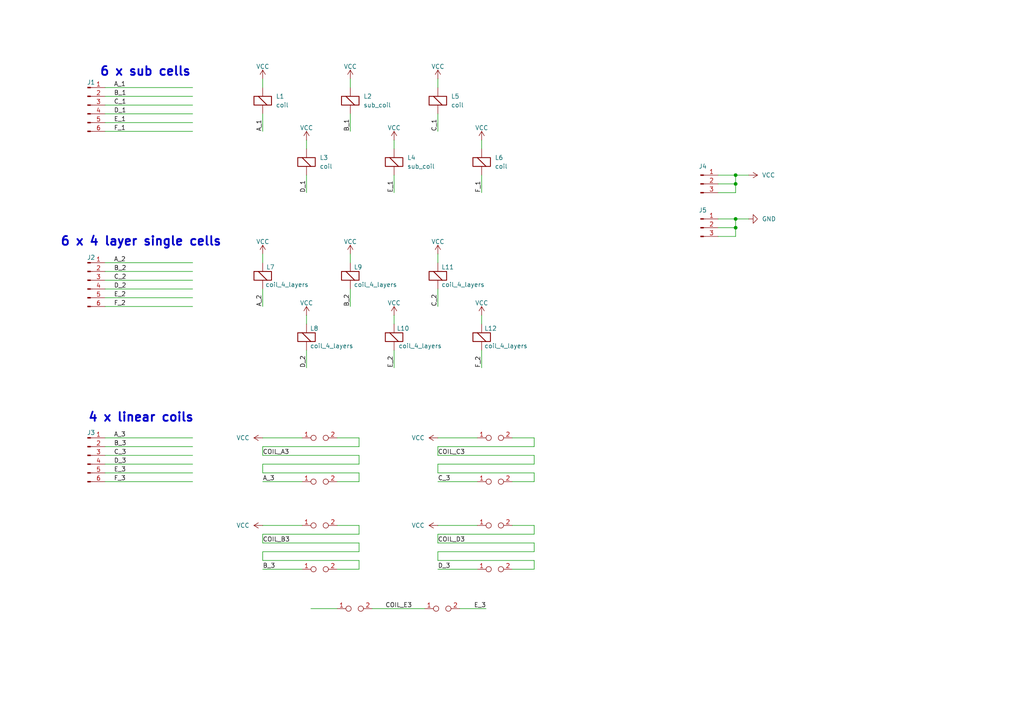
<source format=kicad_sch>
(kicad_sch (version 20231120) (generator "eeschema") (generator_version "8.0")
  (paper "A4")
  (lib_symbols
    (symbol "Connector:Conn_01x03_Pin" (pin_names (offset 1.016) hide)
      (property "Reference" "J" (at 0 5.08 0))
      (property "Value" "Conn_01x03_Pin" (at 0 -5.08 0))
      (symbol "Conn_01x03_Pin_1_1"
        (polyline (pts (xy 1.27 -2.54) (xy 0.8636 -2.54)) (stroke (width 0.1524)))
        (polyline (pts (xy 1.27 0) (xy 0.8636 0)) (stroke (width 0.1524)))
        (polyline (pts (xy 1.27 2.54) (xy 0.8636 2.54)) (stroke (width 0.1524)))
        (rectangle (start 0.8636 -2.413) (end 0 -2.667) (stroke (width 0.1524)) (fill (type outline)))
        (rectangle (start 0.8636 0.127) (end 0 -0.127) (stroke (width 0.1524)) (fill (type outline)))
        (rectangle (start 0.8636 2.667) (end 0 2.413) (stroke (width 0.1524)) (fill (type outline)))
        (pin passive line (at 5.08 2.54 180) (length 3.81) (name "Pin_1") (number "1"))
        (pin passive line (at 5.08 0 180) (length 3.81) (name "Pin_2") (number "2"))
        (pin passive line (at 5.08 -2.54 180) (length 3.81) (name "Pin_3") (number "3"))
      )
    )
    (symbol "Connector:Conn_01x06_Pin" (pin_names (offset 1.016) hide)
      (property "Reference" "J" (at 0 7.62 0))
      (property "Value" "Conn_01x06_Pin" (at 0 -10.16 0))
      (symbol "Conn_01x06_Pin_1_1"
        (polyline (pts (xy 1.27 -7.62) (xy 0.8636 -7.62)) (stroke (width 0.1524)))
        (polyline (pts (xy 1.27 -5.08) (xy 0.8636 -5.08)) (stroke (width 0.1524)))
        (polyline (pts (xy 1.27 -2.54) (xy 0.8636 -2.54)) (stroke (width 0.1524)))
        (polyline (pts (xy 1.27 0) (xy 0.8636 0)) (stroke (width 0.1524)))
        (polyline (pts (xy 1.27 2.54) (xy 0.8636 2.54)) (stroke (width 0.1524)))
        (polyline (pts (xy 1.27 5.08) (xy 0.8636 5.08)) (stroke (width 0.1524)))
        (rectangle (start 0.8636 -7.493) (end 0 -7.747) (stroke (width 0.1524)) (fill (type outline)))
        (rectangle (start 0.8636 -4.953) (end 0 -5.207) (stroke (width 0.1524)) (fill (type outline)))
        (rectangle (start 0.8636 -2.413) (end 0 -2.667) (stroke (width 0.1524)) (fill (type outline)))
        (rectangle (start 0.8636 0.127) (end 0 -0.127) (stroke (width 0.1524)) (fill (type outline)))
        (rectangle (start 0.8636 2.667) (end 0 2.413) (stroke (width 0.1524)) (fill (type outline)))
        (rectangle (start 0.8636 5.207) (end 0 4.953) (stroke (width 0.1524)) (fill (type outline)))
        (pin passive line (at 5.08 5.08 180) (length 3.81) (name "Pin_1") (number "1"))
        (pin passive line (at 5.08 2.54 180) (length 3.81) (name "Pin_2") (number "2"))
        (pin passive line (at 5.08 0 180) (length 3.81) (name "Pin_3") (number "3"))
        (pin passive line (at 5.08 -2.54 180) (length 3.81) (name "Pin_4") (number "4"))
        (pin passive line (at 5.08 -5.08 180) (length 3.81) (name "Pin_5") (number "5"))
        (pin passive line (at 5.08 -7.62 180) (length 3.81) (name "Pin_6") (number "6"))
      )
    )
    (symbol "Connector:TestPoint_2Pole" (pin_names (offset 0.762) hide)
      (property "Reference" "TP" (at 0 1.524 0))
      (property "Value" "TestPoint_2Pole" (at 0 -1.778 0))
      (symbol "TestPoint_2Pole_0_1"
        (circle (center -1.778 0) (radius 0.762))
        (circle (center 1.778 0) (radius 0.762))
        (pin passive line (at -5.08 0 0) (length 2.54) (name "1") (number "1"))
        (pin passive line (at 5.08 0 180) (length 2.54) (name "2") (number "2"))
      )
    )
    (symbol "Device:ElectromagneticActor" (pin_numbers hide) (pin_names (offset 0.0254) hide)
      (property "Reference" "L" (at 1.27 3.81 0))
      (property "Value" "ElectromagneticActor" (at 1.27 -1.27 0))
      (symbol "ElectromagneticActor_0_1"
        (rectangle (start -2.54 2.54) (end 2.54 0) (stroke (width 0.254)))
        (polyline (pts (xy -1.27 2.54) (xy 1.27 0)) (stroke (width 0.254)))
      )
      (symbol "ElectromagneticActor_1_1"
        (pin passive line (at 0 5.08 270) (length 2.54) (name "-") (number "1"))
        (pin passive line (at 0 -2.54 90) (length 2.54) (name "+") (number "2"))
      )
    )
    (symbol "power:GND" (power) (pin_numbers hide) (pin_names (offset 0) hide)
      (property "Value" "GND" (at 0 -3.81 0))
      (symbol "GND_0_1"
        (polyline (pts (xy 0 0) (xy 0 -1.27) (xy 1.27 -1.27) (xy 0 -2.54) (xy -1.27 -1.27) (xy 0 -1.27)))
      )
      (symbol "GND_1_1"
        (pin power_in line (at 0 0 270) (length 0) (name "~") (number "1"))
      )
    )
    (symbol "power:VCC" (power) (pin_numbers hide) (pin_names (offset 0) hide)
      (property "Value" "VCC" (at 0 3.556 0))
      (symbol "VCC_0_1"
        (polyline (pts (xy -0.762 1.27) (xy 0 2.54)))
        (polyline (pts (xy 0 0) (xy 0 2.54)))
        (polyline (pts (xy 0 2.54) (xy 0.762 1.27)))
      )
      (symbol "VCC_1_1"
        (pin power_in line (at 0 0 90) (length 0) (name "~") (number "1"))
      )
    )
  )
  (junction (at 213.36 53.34))
  (junction (at 213.36 63.5))
  (junction (at 213.36 66.04))
  (junction (at 213.36 50.8))
  (wire (pts (xy 104.14 157.48) (xy 76.2 157.48)))
  (wire (pts (xy 213.36 63.5) (xy 213.36 66.04)))
  (wire (pts (xy 127 162.56) (xy 127 160.02)))
  (wire (pts (xy 76.2 157.48) (xy 76.2 154.94)))
  (wire (pts (xy 101.6 22.86) (xy 101.6 25.4)))
  (wire (pts (xy 208.28 55.88) (xy 213.36 55.88)))
  (wire (pts (xy 30.48 88.9) (xy 55.88 88.9)))
  (wire (pts (xy 104.14 160.02) (xy 104.14 157.48)))
  (wire (pts (xy 76.2 137.16) (xy 76.2 134.62)))
  (wire (pts (xy 114.3 91.44) (xy 114.3 93.98)))
  (wire (pts (xy 30.48 35.56) (xy 55.88 35.56)))
  (wire (pts (xy 76.2 162.56) (xy 76.2 160.02)))
  (wire (pts (xy 30.48 83.82) (xy 55.88 83.82)))
  (wire (pts (xy 154.94 152.4) (xy 148.59 152.4)))
  (wire (pts (xy 104.14 139.7) (xy 104.14 137.16)))
  (wire (pts (xy 133.35 176.53) (xy 140.97 176.53)))
  (wire (pts (xy 88.9 50.8) (xy 88.9 55.88)))
  (wire (pts (xy 154.94 162.56) (xy 127 162.56)))
  (wire (pts (xy 127 33.02) (xy 127 38.1)))
  (wire (pts (xy 139.7 50.8) (xy 139.7 55.88)))
  (wire (pts (xy 114.3 40.64) (xy 114.3 43.18)))
  (wire (pts (xy 154.94 154.94) (xy 154.94 152.4)))
  (wire (pts (xy 30.48 38.1) (xy 55.88 38.1)))
  (wire (pts (xy 30.48 81.28) (xy 55.88 81.28)))
  (wire (pts (xy 148.59 139.7) (xy 154.94 139.7)))
  (wire (pts (xy 76.2 139.7) (xy 87.63 139.7)))
  (wire (pts (xy 30.48 86.36) (xy 55.88 86.36)))
  (wire (pts (xy 107.95 176.53) (xy 123.19 176.53)))
  (wire (pts (xy 30.48 132.08) (xy 55.88 132.08)))
  (wire (pts (xy 104.14 127) (xy 97.79 127)))
  (wire (pts (xy 127 129.54) (xy 154.94 129.54)))
  (wire (pts (xy 30.48 27.94) (xy 55.88 27.94)))
  (wire (pts (xy 114.3 101.6) (xy 114.3 106.68)))
  (wire (pts (xy 208.28 66.04) (xy 213.36 66.04)))
  (wire (pts (xy 154.94 127) (xy 148.59 127)))
  (wire (pts (xy 104.14 152.4) (xy 97.79 152.4)))
  (wire (pts (xy 104.14 129.54) (xy 104.14 127)))
  (wire (pts (xy 127 22.86) (xy 127 25.4)))
  (wire (pts (xy 87.63 152.4) (xy 76.2 152.4)))
  (wire (pts (xy 154.94 134.62) (xy 154.94 132.08)))
  (wire (pts (xy 30.48 25.4) (xy 55.88 25.4)))
  (wire (pts (xy 127 132.08) (xy 127 129.54)))
  (wire (pts (xy 138.43 127) (xy 127 127)))
  (wire (pts (xy 30.48 139.7) (xy 55.88 139.7)))
  (wire (pts (xy 154.94 132.08) (xy 127 132.08)))
  (wire (pts (xy 154.94 157.48) (xy 127 157.48)))
  (wire (pts (xy 139.7 101.6) (xy 139.7 106.68)))
  (wire (pts (xy 208.28 53.34) (xy 213.36 53.34)))
  (wire (pts (xy 76.2 22.86) (xy 76.2 25.4)))
  (wire (pts (xy 101.6 73.66) (xy 101.6 76.2)))
  (wire (pts (xy 127 137.16) (xy 127 134.62)))
  (wire (pts (xy 127 165.1) (xy 138.43 165.1)))
  (wire (pts (xy 208.28 68.58) (xy 213.36 68.58)))
  (wire (pts (xy 114.3 50.8) (xy 114.3 55.88)))
  (wire (pts (xy 138.43 152.4) (xy 127 152.4)))
  (wire (pts (xy 104.14 132.08) (xy 76.2 132.08)))
  (wire (pts (xy 213.36 66.04) (xy 213.36 68.58)))
  (wire (pts (xy 127 157.48) (xy 127 154.94)))
  (wire (pts (xy 76.2 129.54) (xy 104.14 129.54)))
  (wire (pts (xy 88.9 91.44) (xy 88.9 93.98)))
  (wire (pts (xy 101.6 33.02) (xy 101.6 38.1)))
  (wire (pts (xy 76.2 132.08) (xy 76.2 129.54)))
  (wire (pts (xy 213.36 53.34) (xy 213.36 50.8)))
  (wire (pts (xy 127 154.94) (xy 154.94 154.94)))
  (wire (pts (xy 213.36 63.5) (xy 217.17 63.5)))
  (wire (pts (xy 127 83.82) (xy 127 88.9)))
  (wire (pts (xy 104.14 165.1) (xy 104.14 162.56)))
  (wire (pts (xy 104.14 162.56) (xy 76.2 162.56)))
  (wire (pts (xy 30.48 30.48) (xy 55.88 30.48)))
  (wire (pts (xy 104.14 137.16) (xy 76.2 137.16)))
  (wire (pts (xy 76.2 154.94) (xy 104.14 154.94)))
  (wire (pts (xy 208.28 63.5) (xy 213.36 63.5)))
  (wire (pts (xy 217.17 50.8) (xy 213.36 50.8)))
  (wire (pts (xy 154.94 160.02) (xy 154.94 157.48)))
  (wire (pts (xy 30.48 33.02) (xy 55.88 33.02)))
  (wire (pts (xy 104.14 154.94) (xy 104.14 152.4)))
  (wire (pts (xy 139.7 40.64) (xy 139.7 43.18)))
  (wire (pts (xy 87.63 127) (xy 76.2 127)))
  (wire (pts (xy 101.6 83.82) (xy 101.6 88.9)))
  (wire (pts (xy 76.2 160.02) (xy 104.14 160.02)))
  (wire (pts (xy 76.2 33.02) (xy 76.2 38.1)))
  (wire (pts (xy 139.7 91.44) (xy 139.7 93.98)))
  (wire (pts (xy 76.2 83.82) (xy 76.2 88.9)))
  (wire (pts (xy 127 134.62) (xy 154.94 134.62)))
  (wire (pts (xy 97.79 165.1) (xy 104.14 165.1)))
  (wire (pts (xy 76.2 73.66) (xy 76.2 76.2)))
  (wire (pts (xy 30.48 129.54) (xy 55.88 129.54)))
  (wire (pts (xy 76.2 134.62) (xy 104.14 134.62)))
  (wire (pts (xy 30.48 76.2) (xy 55.88 76.2)))
  (wire (pts (xy 154.94 129.54) (xy 154.94 127)))
  (wire (pts (xy 213.36 55.88) (xy 213.36 53.34)))
  (wire (pts (xy 213.36 50.8) (xy 208.28 50.8)))
  (wire (pts (xy 76.2 165.1) (xy 87.63 165.1)))
  (wire (pts (xy 127 139.7) (xy 138.43 139.7)))
  (wire (pts (xy 30.48 127) (xy 55.88 127)))
  (wire (pts (xy 30.48 78.74) (xy 55.88 78.74)))
  (wire (pts (xy 154.94 137.16) (xy 127 137.16)))
  (wire (pts (xy 154.94 165.1) (xy 154.94 162.56)))
  (wire (pts (xy 104.14 134.62) (xy 104.14 132.08)))
  (wire (pts (xy 88.9 101.6) (xy 88.9 106.68)))
  (wire (pts (xy 30.48 134.62) (xy 55.88 134.62)))
  (wire (pts (xy 148.59 165.1) (xy 154.94 165.1)))
  (wire (pts (xy 97.79 139.7) (xy 104.14 139.7)))
  (wire (pts (xy 30.48 137.16) (xy 55.88 137.16)))
  (wire (pts (xy 90.17 176.53) (xy 97.79 176.53)))
  (wire (pts (xy 127 160.02) (xy 154.94 160.02)))
  (wire (pts (xy 127 73.66) (xy 127 76.2)))
  (wire (pts (xy 154.94 139.7) (xy 154.94 137.16)))
  (wire (pts (xy 88.9 40.64) (xy 88.9 43.18)))
  (text "6 x 4 layer single cells" (at 40.894 70.104 0) (effects (font (size 2.54 2.54) (thickness 0.508) (bold yes))))
  (text "4 x linear coils" (at 40.894 121.158 0) (effects (font (size 2.54 2.54) (thickness 0.508) (bold yes))))
  (text "6 x sub cells" (at 42.164 20.828 0) (effects (font (size 2.54 2.54) (thickness 0.508) (bold yes))))
  (label "D_3" (at 33.02 134.62 0))
  (label "C_1" (at 127 38.1 90))
  (label "B_3" (at 76.2 165.1 0))
  (label "A_1" (at 33.02 25.4 0))
  (label "F_3" (at 33.02 139.7 0))
  (label "C_1" (at 33.02 30.48 0))
  (label "COIL_D3" (at 127 157.48 0))
  (label "D_2" (at 88.9 106.68 90))
  (label "E_3" (at 33.02 137.16 0))
  (label "C_3" (at 33.02 132.08 0))
  (label "E_2" (at 114.3 106.68 90))
  (label "B_2" (at 101.6 88.9 90))
  (label "F_2" (at 139.7 106.68 90))
  (label "E_1" (at 33.02 35.56 0))
  (label "C_2" (at 33.02 81.28 0))
  (label "A_2" (at 33.02 76.2 0))
  (label "D_1" (at 88.9 55.88 90))
  (label "B_1" (at 101.6 38.1 90))
  (label "B_2" (at 33.02 78.74 0))
  (label "A_2" (at 76.2 88.9 90))
  (label "D_2" (at 33.02 83.82 0))
  (label "A_3" (at 76.2 139.7 0))
  (label "B_1" (at 33.02 27.94 0))
  (label "F_1" (at 139.7 55.88 90))
  (label "B_3" (at 33.02 129.54 0))
  (label "E_1" (at 114.3 55.88 90))
  (label "C_3" (at 127 139.7 0))
  (label "COIL_A3" (at 76.2 132.08 0))
  (label "E_3" (at 140.97 176.53 180))
  (label "COIL_B3" (at 76.2 157.48 0))
  (label "A_1" (at 76.2 38.1 90))
  (label "E_2" (at 33.02 86.36 0))
  (label "COIL_E3" (at 111.76 176.53 0))
  (label "F_1" (at 33.02 38.1 0))
  (label "D_1" (at 33.02 33.02 0))
  (label "C_2" (at 127 88.9 90))
  (label "F_2" (at 33.02 88.9 0))
  (label "COIL_C3" (at 127 132.08 0))
  (label "D_3" (at 127 165.1 0))
  (label "A_3" (at 33.02 127 0))
  (symbol (lib_id "Device:ElectromagneticActor") (at 127 81.28 0) (unit 1)
    (property "Reference" "L11" (at 128.016 77.47 0) (effects (justify left)))
    (property "Value" "coil_4_layers" (at 128.016 82.55 0) (effects (justify left)))
    (property "Description" "Electromagnetic actor" (effects (hide yes)))
  )
  (symbol (lib_id "Connector:TestPoint_2Pole") (at 143.51 165.1 0) (unit 1)
    (property "Reference" "TP8" (effects (hide yes)))
    (property "Value" "TestPoint_2Pole" (effects (hide yes)))
    (property "Footprint" "pads:pad_dual" (effects (hide yes)))
    (property "Description" "2-polar test point" (effects (hide yes)))
  )
  (symbol (lib_id "Device:ElectromagneticActor") (at 88.9 99.06 0) (unit 1)
    (property "Reference" "L8" (at 89.916 95.25 0) (effects (justify left)))
    (property "Value" "coil_4_layers" (at 89.916 100.33 0) (effects (justify left)))
    (property "Description" "Electromagnetic actor" (effects (hide yes)))
  )
  (symbol (lib_id "power:VCC") (at 88.9 91.44 0) (unit 1)
    (property "Reference" "#PWR010" (effects (hide yes)))
    (property "Value" "VCC" (at 88.9 87.884 0))
    (property "Description" "Power symbol creates a global label with name \"VCC\"" (effects (hide yes)))
  )
  (symbol (lib_id "Device:ElectromagneticActor") (at 114.3 99.06 0) (unit 1)
    (property "Reference" "L10" (at 115.062 95.25 0) (effects (justify left)))
    (property "Value" "coil_4_layers" (at 115.57 100.33 0) (effects (justify left)))
    (property "Description" "Electromagnetic actor" (effects (hide yes)))
  )
  (symbol (lib_id "Connector:TestPoint_2Pole") (at 143.51 127 0) (unit 1)
    (property "Reference" "TP5" (effects (hide yes)))
    (property "Value" "TestPoint_2Pole" (effects (hide yes)))
    (property "Footprint" "pads:pad_dual" (effects (hide yes)))
    (property "Description" "2-polar test point" (effects (hide yes)))
  )
  (symbol (lib_id "Connector:Conn_01x03_Pin") (at 203.2 53.34 0) (unit 1)
    (property "Reference" "J4" (at 203.835 48.26 0))
    (property "Value" "Conn_01x03_Pin" (effects (hide yes)))
    (property "Footprint" "Connector_PinHeader_1.00mm:PinHeader_1x03_P1.00mm_Vertical" (effects (hide yes)))
    (property "Description" "Generic connector, single row, 01x03, script generated" (effects (hide yes)))
  )
  (symbol (lib_id "Connector:Conn_01x06_Pin") (at 25.4 81.28 0) (unit 1)
    (property "Reference" "J2" (at 26.416 74.676 0))
    (property "Value" "Conn_01x06_Pin" (effects (hide yes)))
    (property "Footprint" "Connector_PinHeader_2.54mm:PinHeader_1x06_P2.54mm_Vertical" (effects (hide yes)))
    (property "Description" "Generic connector, single row, 01x06, script generated" (effects (hide yes)))
  )
  (symbol (lib_id "Connector:TestPoint_2Pole") (at 143.51 139.7 0) (unit 1)
    (property "Reference" "TP6" (effects (hide yes)))
    (property "Value" "TestPoint_2Pole" (effects (hide yes)))
    (property "Footprint" "pads:pad_dual" (effects (hide yes)))
    (property "Description" "2-polar test point" (effects (hide yes)))
  )
  (symbol (lib_id "power:VCC") (at 217.17 50.8 270) (unit 1)
    (property "Reference" "#PWR01" (effects (hide yes)))
    (property "Value" "VCC" (at 220.98 50.7999 90) (effects (justify left)))
    (property "Description" "Power symbol creates a global label with name \"VCC\"" (effects (hide yes)))
  )
  (symbol (lib_id "power:VCC") (at 127 73.66 0) (unit 1)
    (property "Reference" "#PWR09" (effects (hide yes)))
    (property "Value" "VCC" (at 127 70.104 0))
    (property "Description" "Power symbol creates a global label with name \"VCC\"" (effects (hide yes)))
  )
  (symbol (lib_id "power:VCC") (at 139.7 91.44 0) (unit 1)
    (property "Reference" "#PWR012" (effects (hide yes)))
    (property "Value" "VCC" (at 139.7 87.884 0))
    (property "Description" "Power symbol creates a global label with name \"VCC\"" (effects (hide yes)))
  )
  (symbol (lib_id "Connector:Conn_01x06_Pin") (at 25.4 30.48 0) (unit 1)
    (property "Reference" "J1" (at 26.416 23.876 0))
    (property "Value" "Conn_01x06_Pin" (effects (hide yes)))
    (property "Footprint" "Connector_PinHeader_2.54mm:PinHeader_1x06_P2.54mm_Vertical" (effects (hide yes)))
    (property "Description" "Generic connector, single row, 01x06, script generated" (effects (hide yes)))
  )
  (symbol (lib_id "power:VCC") (at 76.2 73.66 0) (unit 1)
    (property "Reference" "#PWR07" (effects (hide yes)))
    (property "Value" "VCC" (at 76.2 70.104 0))
    (property "Description" "Power symbol creates a global label with name \"VCC\"" (effects (hide yes)))
  )
  (symbol (lib_id "power:VCC") (at 127 152.4 90) (unit 1)
    (property "Reference" "#PWR05" (effects (hide yes)))
    (property "Value" "VCC" (at 123.19 152.3999 90) (effects (justify left)))
    (property "Description" "Power symbol creates a global label with name \"VCC\"" (effects (hide yes)))
  )
  (symbol (lib_id "power:VCC") (at 114.3 91.44 0) (unit 1)
    (property "Reference" "#PWR011" (effects (hide yes)))
    (property "Value" "VCC" (at 114.3 87.884 0))
    (property "Description" "Power symbol creates a global label with name \"VCC\"" (effects (hide yes)))
  )
  (symbol (lib_id "Connector:Conn_01x06_Pin") (at 25.4 132.08 0) (unit 1)
    (property "Reference" "J3" (at 26.416 125.476 0))
    (property "Value" "Conn_01x06_Pin" (effects (hide yes)))
    (property "Footprint" "Connector_PinHeader_2.54mm:PinHeader_1x06_P2.54mm_Vertical" (effects (hide yes)))
    (property "Description" "Generic connector, single row, 01x06, script generated" (effects (hide yes)))
  )
  (symbol (lib_id "power:VCC") (at 88.9 40.64 0) (unit 1)
    (property "Reference" "#PWR017" (effects (hide yes)))
    (property "Value" "VCC" (at 88.9 37.084 0))
    (property "Description" "Power symbol creates a global label with name \"VCC\"" (effects (hide yes)))
  )
  (symbol (lib_id "power:VCC") (at 101.6 73.66 0) (unit 1)
    (property "Reference" "#PWR08" (effects (hide yes)))
    (property "Value" "VCC" (at 101.6 70.104 0))
    (property "Description" "Power symbol creates a global label with name \"VCC\"" (effects (hide yes)))
  )
  (symbol (lib_id "Connector:TestPoint_2Pole") (at 128.27 176.53 0) (unit 1)
    (property "Reference" "TP10" (effects (hide yes)))
    (property "Value" "TestPoint_2Pole" (effects (hide yes)))
    (property "Footprint" "pads:pad_dual" (effects (hide yes)))
    (property "Description" "2-polar test point" (effects (hide yes)))
  )
  (symbol (lib_id "Connector:TestPoint_2Pole") (at 92.71 139.7 0) (unit 1)
    (property "Reference" "TP2" (effects (hide yes)))
    (property "Value" "TestPoint_2Pole" (effects (hide yes)))
    (property "Footprint" "pads:pad_dual" (effects (hide yes)))
    (property "Description" "2-polar test point" (effects (hide yes)))
  )
  (symbol (lib_id "Device:ElectromagneticActor") (at 88.9 48.26 0) (unit 1)
    (property "Reference" "L3" (at 92.71 45.7199 0) (effects (justify left)))
    (property "Value" "coil" (at 92.71 48.2599 0) (effects (justify left)))
    (property "Description" "Electromagnetic actor" (effects (hide yes)))
  )
  (symbol (lib_id "Connector:TestPoint_2Pole") (at 92.71 152.4 0) (unit 1)
    (property "Reference" "TP3" (effects (hide yes)))
    (property "Value" "TestPoint_2Pole" (effects (hide yes)))
    (property "Footprint" "pads:pad_dual" (effects (hide yes)))
    (property "Description" "2-polar test point" (effects (hide yes)))
  )
  (symbol (lib_id "Device:ElectromagneticActor") (at 127 30.48 0) (unit 1)
    (property "Reference" "L5" (at 130.81 27.9399 0) (effects (justify left)))
    (property "Value" "coil" (at 130.81 30.4799 0) (effects (justify left)))
    (property "Description" "Electromagnetic actor" (effects (hide yes)))
  )
  (symbol (lib_id "power:VCC") (at 127 127 90) (unit 1)
    (property "Reference" "#PWR04" (effects (hide yes)))
    (property "Value" "VCC" (at 123.19 126.9999 90) (effects (justify left)))
    (property "Description" "Power symbol creates a global label with name \"VCC\"" (effects (hide yes)))
  )
  (symbol (lib_id "power:GND") (at 217.17 63.5 90) (unit 1)
    (property "Reference" "#PWR02" (effects (hide yes)))
    (property "Value" "GND" (at 220.98 63.4999 90) (effects (justify right)))
    (property "Description" "Power symbol creates a global label with name \"GND\" , ground" (effects (hide yes)))
  )
  (symbol (lib_id "power:VCC") (at 76.2 152.4 90) (unit 1)
    (property "Reference" "#PWR06" (effects (hide yes)))
    (property "Value" "VCC" (at 72.39 152.3999 90) (effects (justify left)))
    (property "Description" "Power symbol creates a global label with name \"VCC\"" (effects (hide yes)))
  )
  (symbol (lib_id "power:VCC") (at 76.2 22.86 0) (unit 1)
    (property "Reference" "#PWR013" (effects (hide yes)))
    (property "Value" "VCC" (at 76.2 19.304 0))
    (property "Description" "Power symbol creates a global label with name \"VCC\"" (effects (hide yes)))
  )
  (symbol (lib_id "Device:ElectromagneticActor") (at 114.3 48.26 0) (unit 1)
    (property "Reference" "L4" (at 118.11 45.7199 0) (effects (justify left)))
    (property "Value" "sub_coil" (at 118.11 48.2599 0) (effects (justify left)))
    (property "Description" "Electromagnetic actor" (effects (hide yes)))
  )
  (symbol (lib_id "Device:ElectromagneticActor") (at 139.7 99.06 0) (unit 1)
    (property "Reference" "L12" (at 140.462 95.25 0) (effects (justify left)))
    (property "Value" "coil_4_layers" (at 140.462 100.33 0) (effects (justify left)))
    (property "Description" "Electromagnetic actor" (effects (hide yes)))
  )
  (symbol (lib_id "Device:ElectromagneticActor") (at 101.6 81.28 0) (unit 1)
    (property "Reference" "L9" (at 102.616 77.47 0) (effects (justify left)))
    (property "Value" "coil_4_layers" (at 102.616 82.55 0) (effects (justify left)))
    (property "Description" "Electromagnetic actor" (effects (hide yes)))
  )
  (symbol (lib_id "Connector:TestPoint_2Pole") (at 92.71 165.1 0) (unit 1)
    (property "Reference" "TP4" (effects (hide yes)))
    (property "Value" "TestPoint_2Pole" (effects (hide yes)))
    (property "Footprint" "pads:pad_dual" (effects (hide yes)))
    (property "Description" "2-polar test point" (effects (hide yes)))
  )
  (symbol (lib_id "power:VCC") (at 101.6 22.86 0) (unit 1)
    (property "Reference" "#PWR014" (effects (hide yes)))
    (property "Value" "VCC" (at 101.6 19.304 0))
    (property "Description" "Power symbol creates a global label with name \"VCC\"" (effects (hide yes)))
  )
  (symbol (lib_id "Connector:TestPoint_2Pole") (at 102.87 176.53 0) (unit 1)
    (property "Reference" "TP9" (effects (hide yes)))
    (property "Value" "TestPoint_2Pole" (effects (hide yes)))
    (property "Footprint" "pads:pad_dual" (effects (hide yes)))
    (property "Description" "2-polar test point" (effects (hide yes)))
  )
  (symbol (lib_id "Device:ElectromagneticActor") (at 101.6 30.48 0) (unit 1)
    (property "Reference" "L2" (at 105.41 27.9399 0) (effects (justify left)))
    (property "Value" "sub_coil" (at 105.41 30.4799 0) (effects (justify left)))
    (property "Description" "Electromagnetic actor" (effects (hide yes)))
  )
  (symbol (lib_id "power:VCC") (at 114.3 40.64 0) (unit 1)
    (property "Reference" "#PWR016" (effects (hide yes)))
    (property "Value" "VCC" (at 114.3 37.084 0))
    (property "Description" "Power symbol creates a global label with name \"VCC\"" (effects (hide yes)))
  )
  (symbol (lib_id "Device:ElectromagneticActor") (at 76.2 81.28 0) (unit 1)
    (property "Reference" "L7" (at 77.216 77.47 0) (effects (justify left)))
    (property "Value" "coil_4_layers" (at 76.962 82.55 0) (effects (justify left)))
    (property "Description" "Electromagnetic actor" (effects (hide yes)))
  )
  (symbol (lib_id "power:VCC") (at 76.2 127 90) (unit 1)
    (property "Reference" "#PWR03" (effects (hide yes)))
    (property "Value" "VCC" (at 72.39 126.9999 90) (effects (justify left)))
    (property "Description" "Power symbol creates a global label with name \"VCC\"" (effects (hide yes)))
  )
  (symbol (lib_id "Device:ElectromagneticActor") (at 76.2 30.48 0) (unit 1)
    (property "Reference" "L1" (at 80.01 27.9399 0) (effects (justify left)))
    (property "Value" "coil" (at 80.01 30.4799 0) (effects (justify left)))
    (property "Description" "Electromagnetic actor" (effects (hide yes)))
  )
  (symbol (lib_id "Connector:Conn_01x03_Pin") (at 203.2 66.04 0) (unit 1)
    (property "Reference" "J5" (at 203.835 60.96 0))
    (property "Value" "Conn_01x03_Pin" (effects (hide yes)))
    (property "Footprint" "Connector_PinHeader_1.00mm:PinHeader_1x03_P1.00mm_Vertical" (effects (hide yes)))
    (property "Description" "Generic connector, single row, 01x03, script generated" (effects (hide yes)))
  )
  (symbol (lib_id "Connector:TestPoint_2Pole") (at 143.51 152.4 0) (unit 1)
    (property "Reference" "TP7" (effects (hide yes)))
    (property "Value" "TestPoint_2Pole" (effects (hide yes)))
    (property "Footprint" "pads:pad_dual" (effects (hide yes)))
    (property "Description" "2-polar test point" (effects (hide yes)))
  )
  (symbol (lib_id "power:VCC") (at 139.7 40.64 0) (unit 1)
    (property "Reference" "#PWR018" (effects (hide yes)))
    (property "Value" "VCC" (at 139.7 37.084 0))
    (property "Description" "Power symbol creates a global label with name \"VCC\"" (effects (hide yes)))
  )
  (symbol (lib_id "Device:ElectromagneticActor") (at 139.7 48.26 0) (unit 1)
    (property "Reference" "L6" (at 143.51 45.7199 0) (effects (justify left)))
    (property "Value" "coil" (at 143.51 48.2599 0) (effects (justify left)))
    (property "Description" "Electromagnetic actor" (effects (hide yes)))
  )
  (symbol (lib_id "Connector:TestPoint_2Pole") (at 92.71 127 0) (unit 1)
    (property "Reference" "TP1" (effects (hide yes)))
    (property "Value" "TestPoint_2Pole" (effects (hide yes)))
    (property "Footprint" "pads:pad_dual" (effects (hide yes)))
    (property "Description" "2-polar test point" (effects (hide yes)))
  )
  (symbol (lib_id "power:VCC") (at 127 22.86 0) (unit 1)
    (property "Reference" "#PWR015" (effects (hide yes)))
    (property "Value" "VCC" (at 127 19.304 0))
    (property "Description" "Power symbol creates a global label with name \"VCC\"" (effects (hide yes)))
  )
)
</source>
